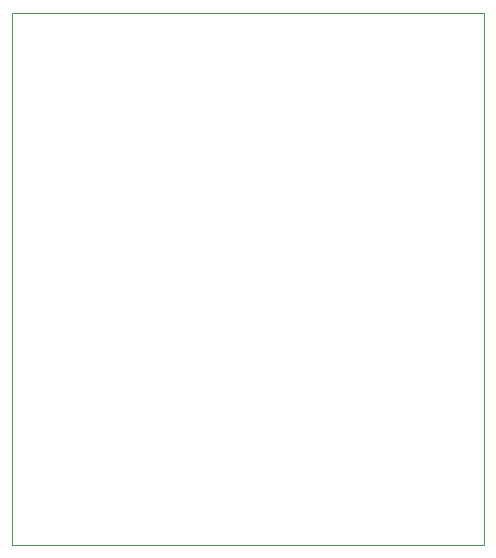
<source format=gto>
G75*
G70*
%OFA0B0*%
%FSLAX24Y24*%
%IPPOS*%
%LPD*%
%AMOC8*
5,1,8,0,0,1.08239X$1,22.5*
%
%ADD10C,0.0000*%
D10*
X004992Y001305D02*
X004992Y019022D01*
X020740Y019022D01*
X020740Y001305D01*
X004992Y001305D01*
M02*

</source>
